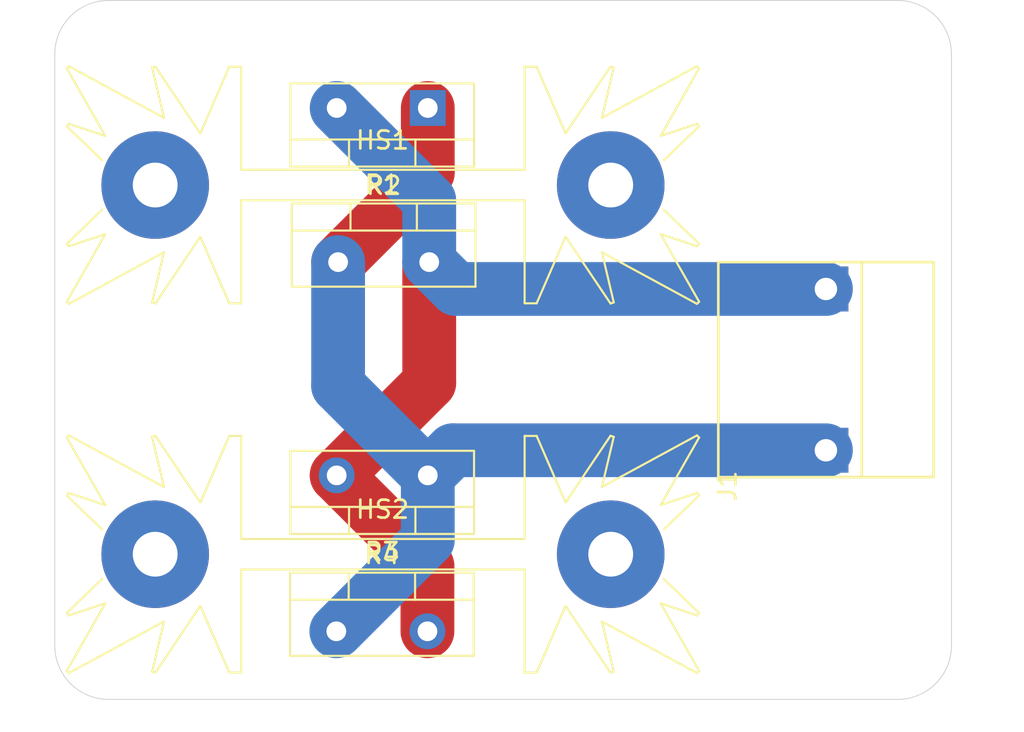
<source format=kicad_pcb>
(kicad_pcb (version 20171130) (host pcbnew "(5.1.5)-3")

  (general
    (thickness 1.6)
    (drawings 8)
    (tracks 16)
    (zones 0)
    (modules 10)
    (nets 3)
  )

  (page A4)
  (layers
    (0 F.Cu signal)
    (31 B.Cu signal)
    (32 B.Adhes user)
    (33 F.Adhes user)
    (34 B.Paste user)
    (35 F.Paste user)
    (36 B.SilkS user)
    (37 F.SilkS user)
    (38 B.Mask user)
    (39 F.Mask user)
    (40 Dwgs.User user)
    (41 Cmts.User user)
    (42 Eco1.User user)
    (43 Eco2.User user)
    (44 Edge.Cuts user)
    (45 Margin user)
    (46 B.CrtYd user)
    (47 F.CrtYd user)
    (48 B.Fab user)
    (49 F.Fab user)
  )

  (setup
    (last_trace_width 3)
    (user_trace_width 3)
    (trace_clearance 0.2)
    (zone_clearance 0.508)
    (zone_45_only no)
    (trace_min 0.2)
    (via_size 0.8)
    (via_drill 0.4)
    (via_min_size 0.4)
    (via_min_drill 0.3)
    (uvia_size 0.3)
    (uvia_drill 0.1)
    (uvias_allowed no)
    (uvia_min_size 0.2)
    (uvia_min_drill 0.1)
    (edge_width 0.05)
    (segment_width 0.2)
    (pcb_text_width 0.3)
    (pcb_text_size 1.5 1.5)
    (mod_edge_width 0.12)
    (mod_text_size 1 1)
    (mod_text_width 0.15)
    (pad_size 1.524 1.524)
    (pad_drill 0.762)
    (pad_to_mask_clearance 0.051)
    (solder_mask_min_width 0.25)
    (aux_axis_origin 0 0)
    (visible_elements FFFFFF7F)
    (pcbplotparams
      (layerselection 0x010fc_ffffffff)
      (usegerberextensions true)
      (usegerberattributes false)
      (usegerberadvancedattributes false)
      (creategerberjobfile false)
      (excludeedgelayer true)
      (linewidth 0.100000)
      (plotframeref false)
      (viasonmask false)
      (mode 1)
      (useauxorigin false)
      (hpglpennumber 1)
      (hpglpenspeed 20)
      (hpglpendiameter 15.000000)
      (psnegative false)
      (psa4output false)
      (plotreference true)
      (plotvalue true)
      (plotinvisibletext false)
      (padsonsilk false)
      (subtractmaskfromsilk false)
      (outputformat 1)
      (mirror false)
      (drillshape 0)
      (scaleselection 1)
      (outputdirectory "../../../gerbers/"))
  )

  (net 0 "")
  (net 1 "Net-(J1-Pad1)")
  (net 2 "Net-(J1-Pad2)")

  (net_class Default "This is the default net class."
    (clearance 0.2)
    (trace_width 0.25)
    (via_dia 0.8)
    (via_drill 0.4)
    (uvia_dia 0.3)
    (uvia_drill 0.1)
    (add_net "Net-(J1-Pad1)")
    (add_net "Net-(J1-Pad2)")
  )

  (module MountingHole:MountingHole_2.5mm (layer F.Cu) (tedit 56D1B4CB) (tstamp 5E88FD96)
    (at 133 111.5)
    (descr "Mounting Hole 2.5mm, no annular")
    (tags "mounting hole 2.5mm no annular")
    (attr virtual)
    (fp_text reference REF** (at 0 -3.5) (layer F.SilkS) hide
      (effects (font (size 1 1) (thickness 0.15)))
    )
    (fp_text value MountingHole_2.5mm (at 0 3.5) (layer F.Fab)
      (effects (font (size 1 1) (thickness 0.15)))
    )
    (fp_circle (center 0 0) (end 2.75 0) (layer F.CrtYd) (width 0.05))
    (fp_circle (center 0 0) (end 2.5 0) (layer Cmts.User) (width 0.15))
    (fp_text user %R (at 0.3 0) (layer F.Fab)
      (effects (font (size 1 1) (thickness 0.15)))
    )
    (pad 1 np_thru_hole circle (at 0 0) (size 2.5 2.5) (drill 2.5) (layers *.Cu *.Mask))
  )

  (module MountingHole:MountingHole_2.5mm (layer F.Cu) (tedit 56D1B4CB) (tstamp 5E88FD88)
    (at 174 126)
    (descr "Mounting Hole 2.5mm, no annular")
    (tags "mounting hole 2.5mm no annular")
    (attr virtual)
    (fp_text reference REF** (at 0 -3.5) (layer F.SilkS) hide
      (effects (font (size 1 1) (thickness 0.15)))
    )
    (fp_text value MountingHole_2.5mm (at 0 3.5) (layer F.Fab)
      (effects (font (size 1 1) (thickness 0.15)))
    )
    (fp_text user %R (at 0.3 0) (layer F.Fab)
      (effects (font (size 1 1) (thickness 0.15)))
    )
    (fp_circle (center 0 0) (end 2.5 0) (layer Cmts.User) (width 0.15))
    (fp_circle (center 0 0) (end 2.75 0) (layer F.CrtYd) (width 0.05))
    (pad 1 np_thru_hole circle (at 0 0) (size 2.5 2.5) (drill 2.5) (layers *.Cu *.Mask))
  )

  (module MountingHole:MountingHole_2.5mm (layer F.Cu) (tedit 56D1B4CB) (tstamp 5E88FD70)
    (at 174 95)
    (descr "Mounting Hole 2.5mm, no annular")
    (tags "mounting hole 2.5mm no annular")
    (attr virtual)
    (fp_text reference REF** (at 0 -3.5) (layer F.SilkS) hide
      (effects (font (size 1 1) (thickness 0.15)))
    )
    (fp_text value MountingHole_2.5mm (at 0 3.5) (layer F.Fab)
      (effects (font (size 1 1) (thickness 0.15)))
    )
    (fp_circle (center 0 0) (end 2.75 0) (layer F.CrtYd) (width 0.05))
    (fp_circle (center 0 0) (end 2.5 0) (layer Cmts.User) (width 0.15))
    (fp_text user %R (at 0.3 0) (layer F.Fab)
      (effects (font (size 1 1) (thickness 0.15)))
    )
    (pad 1 np_thru_hole circle (at 0 0) (size 2.5 2.5) (drill 2.5) (layers *.Cu *.Mask))
  )

  (module athir:230VAC_PLUG (layer F.Cu) (tedit 5E80E1BC) (tstamp 5E88A45D)
    (at 171 111.6 270)
    (descr "Wire solder connection")
    (tags connector)
    (path /5E88F4E2)
    (attr virtual)
    (fp_text reference J1 (at 6.5 5.5 90) (layer F.SilkS)
      (effects (font (size 1 1) (thickness 0.15)))
    )
    (fp_text value Conn_01x02_Male (at 0 5 90) (layer F.Fab)
      (effects (font (size 1 1) (thickness 0.15)))
    )
    (fp_line (start 6 -2) (end -6 -2) (layer F.SilkS) (width 0.15))
    (fp_line (start 6 6) (end 6 -6) (layer F.SilkS) (width 0.15))
    (fp_line (start -6 6) (end 6 6) (layer F.SilkS) (width 0.15))
    (fp_line (start -6 -6) (end -6 6) (layer F.SilkS) (width 0.15))
    (fp_line (start 6 -6) (end -6 -6) (layer F.SilkS) (width 0.15))
    (fp_text user %R (at 3.175 0 90) (layer F.Fab)
      (effects (font (size 1 1) (thickness 0.15)))
    )
    (pad 2 thru_hole rect (at 4.5 0 270) (size 2.50088 2.50088) (drill 1.25) (layers *.Cu *.Mask)
      (net 2 "Net-(J1-Pad2)"))
    (pad 1 thru_hole rect (at -4.5 0 270) (size 2.50088 2.50088) (drill 1.25) (layers *.Cu *.Mask)
      (net 1 "Net-(J1-Pad1)"))
  )

  (module athir:Heatsink_Fischer_SK104-STC-STIC_35x13mm_2xDrill2.5mm (layer F.Cu) (tedit 5E84AE4C) (tstamp 5E88968D)
    (at 146.3 121.9)
    (descr "Heatsink, 35mm x 13mm, 2x Fixation 2,5mm Drill, Soldering, Fischer SK104-STC-STIC,")
    (tags "Heatsink fischer TO-220")
    (path /5E88A94D)
    (fp_text reference HS2 (at -0.025 -2.5) (layer F.SilkS)
      (effects (font (size 1 1) (thickness 0.15)))
    )
    (fp_text value Heatsink (at 0.65 9.075) (layer F.Fab)
      (effects (font (size 1 1) (thickness 0.15)))
    )
    (fp_arc (start -12.7 0) (end -15 0.9) (angle -316.8) (layer F.Fab) (width 0.1))
    (fp_arc (start 12.7 0) (end 15 -0.9) (angle -316.8) (layer F.Fab) (width 0.1))
    (fp_line (start -10.19 2.89) (end -12.69 6.61) (layer F.SilkS) (width 0.12))
    (fp_line (start -12.69 6.61) (end -12.87 6.55) (layer F.SilkS) (width 0.12))
    (fp_line (start -12.87 6.55) (end -12.21 3.75) (layer F.SilkS) (width 0.12))
    (fp_line (start -12.21 3.75) (end -17.51 6.63) (layer F.SilkS) (width 0.12))
    (fp_line (start -17.63 6.51) (end -15.48 2.74) (layer F.SilkS) (width 0.12))
    (fp_line (start -17.53 3.42) (end -17.62 3.27) (layer F.SilkS) (width 0.12))
    (fp_line (start -15.48 2.74) (end -17.53 3.42) (layer F.SilkS) (width 0.12))
    (fp_line (start -17.62 3.27) (end -15.66 1.38) (layer F.SilkS) (width 0.12))
    (fp_line (start -17.51 6.63) (end -17.63 6.51) (layer F.SilkS) (width 0.12))
    (fp_line (start -8.57 -6.6) (end -10.18 -2.89) (layer F.SilkS) (width 0.12))
    (fp_line (start -7.9 -0.85) (end -7.9 -6.6) (layer F.SilkS) (width 0.12))
    (fp_line (start -7.9 -6.6) (end -8.57 -6.6) (layer F.SilkS) (width 0.12))
    (fp_line (start -12.21 -3.75) (end -17.51 -6.63) (layer F.SilkS) (width 0.12))
    (fp_line (start -12.69 -6.61) (end -12.87 -6.55) (layer F.SilkS) (width 0.12))
    (fp_line (start -12.87 -6.55) (end -12.21 -3.75) (layer F.SilkS) (width 0.12))
    (fp_line (start -10.19 -2.89) (end -12.69 -6.61) (layer F.SilkS) (width 0.12))
    (fp_line (start -17.62 -3.27) (end -15.66 -1.38) (layer F.SilkS) (width 0.12))
    (fp_line (start -17.63 -6.51) (end -15.48 -2.74) (layer F.SilkS) (width 0.12))
    (fp_line (start -17.53 -3.42) (end -17.62 -3.27) (layer F.SilkS) (width 0.12))
    (fp_line (start -17.51 -6.63) (end -17.63 -6.51) (layer F.SilkS) (width 0.12))
    (fp_line (start -15.48 -2.74) (end -17.53 -3.42) (layer F.SilkS) (width 0.12))
    (fp_line (start 0 -0.85) (end -7.9 -0.85) (layer F.SilkS) (width 0.12))
    (fp_line (start -7.9 0.85) (end -7.9 6.6) (layer F.SilkS) (width 0.12))
    (fp_line (start -7.9 6.6) (end -8.57 6.6) (layer F.SilkS) (width 0.12))
    (fp_line (start -8.57 6.6) (end -10.18 2.89) (layer F.SilkS) (width 0.12))
    (fp_line (start 0 0.85) (end -7.9 0.85) (layer F.SilkS) (width 0.12))
    (fp_line (start -10.16 -2.667) (end -12.75 -6.5) (layer F.Fab) (width 0.1))
    (fp_line (start -12.065 -3.556) (end -12.75 -6.5) (layer F.Fab) (width 0.1))
    (fp_line (start -8.5 -6.5) (end -10.16 -2.667) (layer F.Fab) (width 0.1))
    (fp_line (start -8 -6.5) (end -8.5 -6.5) (layer F.Fab) (width 0.1))
    (fp_line (start -8.001 -0.762) (end -8 -6.5) (layer F.Fab) (width 0.1))
    (fp_line (start -1.778 0.762) (end -1.778 -0.762) (layer F.Fab) (width 0.1))
    (fp_line (start 0 -0.762) (end -8.001 -0.762) (layer F.Fab) (width 0.1))
    (fp_line (start 0 0.762) (end -8.001 0.762) (layer F.Fab) (width 0.1))
    (fp_line (start -17.5 6.5) (end -12.065 3.556) (layer F.Fab) (width 0.1))
    (fp_line (start -17.5 6.5) (end -15.24 2.54) (layer F.Fab) (width 0.1))
    (fp_line (start -8.5 6.5) (end -10.16 2.667) (layer F.Fab) (width 0.1))
    (fp_line (start -8.001 0.762) (end -8 6.5) (layer F.Fab) (width 0.1))
    (fp_line (start -8 6.5) (end -8.5 6.5) (layer F.Fab) (width 0.1))
    (fp_line (start -12.065 3.556) (end -12.75 6.5) (layer F.Fab) (width 0.1))
    (fp_line (start -10.16 2.667) (end -12.75 6.5) (layer F.Fab) (width 0.1))
    (fp_line (start -17.5 -6.5) (end -12.065 -3.556) (layer F.Fab) (width 0.1))
    (fp_line (start -15.24 -2.54) (end -17.5 -3.3) (layer F.Fab) (width 0.1))
    (fp_line (start -17.5 -6.5) (end -15.24 -2.54) (layer F.Fab) (width 0.1))
    (fp_line (start -15.24 2.54) (end -17.5 3.3) (layer F.Fab) (width 0.1))
    (fp_line (start -17.5 -3.3) (end -15 -0.9) (layer F.Fab) (width 0.1))
    (fp_line (start -17.5 3.3) (end -15 0.9) (layer F.Fab) (width 0.1))
    (fp_line (start 12.87 -6.55) (end 12.21 -3.75) (layer F.SilkS) (width 0.12))
    (fp_line (start 12.69 -6.61) (end 12.87 -6.55) (layer F.SilkS) (width 0.12))
    (fp_line (start 10.19 -2.89) (end 12.69 -6.61) (layer F.SilkS) (width 0.12))
    (fp_line (start 12.21 -3.75) (end 17.51 -6.63) (layer F.SilkS) (width 0.12))
    (fp_line (start 17.62 -3.27) (end 15.66 -1.38) (layer F.SilkS) (width 0.12))
    (fp_line (start 15.48 -2.74) (end 17.53 -3.42) (layer F.SilkS) (width 0.12))
    (fp_line (start 17.63 -6.51) (end 15.48 -2.74) (layer F.SilkS) (width 0.12))
    (fp_line (start 17.51 -6.63) (end 17.63 -6.51) (layer F.SilkS) (width 0.12))
    (fp_line (start 17.53 -3.42) (end 17.62 -3.27) (layer F.SilkS) (width 0.12))
    (fp_line (start 8.57 -6.6) (end 10.18 -2.89) (layer F.SilkS) (width 0.12))
    (fp_line (start 0 -0.85) (end 7.9 -0.85) (layer F.SilkS) (width 0.12))
    (fp_line (start 7.9 -0.85) (end 7.9 -6.6) (layer F.SilkS) (width 0.12))
    (fp_line (start 7.9 -6.6) (end 8.57 -6.6) (layer F.SilkS) (width 0.12))
    (fp_line (start 0 -0.762) (end 8.001 -0.762) (layer F.Fab) (width 0.1))
    (fp_line (start 8.001 -0.762) (end 8 -6.5) (layer F.Fab) (width 0.1))
    (fp_line (start 8 -6.5) (end 8.5 -6.5) (layer F.Fab) (width 0.1))
    (fp_line (start 8.5 -6.5) (end 10.16 -2.667) (layer F.Fab) (width 0.1))
    (fp_line (start 10.16 -2.667) (end 12.75 -6.5) (layer F.Fab) (width 0.1))
    (fp_line (start 12.065 -3.556) (end 12.75 -6.5) (layer F.Fab) (width 0.1))
    (fp_line (start 17.5 -6.5) (end 12.065 -3.556) (layer F.Fab) (width 0.1))
    (fp_line (start 17.5 -6.5) (end 15.24 -2.54) (layer F.Fab) (width 0.1))
    (fp_line (start 15.24 -2.54) (end 17.5 -3.3) (layer F.Fab) (width 0.1))
    (fp_line (start 17.5 -3.3) (end 15 -0.9) (layer F.Fab) (width 0.1))
    (fp_line (start 17.75 6.75) (end -17.75 6.75) (layer F.CrtYd) (width 0.05))
    (fp_line (start 17.75 6.75) (end 17.75 -6.75) (layer F.CrtYd) (width 0.05))
    (fp_line (start -17.75 -6.75) (end -17.75 6.75) (layer F.CrtYd) (width 0.05))
    (fp_line (start -17.75 -6.75) (end 17.75 -6.75) (layer F.CrtYd) (width 0.05))
    (fp_line (start 8.001 0.762) (end 8 6.5) (layer F.Fab) (width 0.1))
    (fp_line (start 0 0.762) (end 8.001 0.762) (layer F.Fab) (width 0.1))
    (fp_line (start 8.5 6.5) (end 10.16 2.667) (layer F.Fab) (width 0.1))
    (fp_line (start 10.16 2.667) (end 12.75 6.5) (layer F.Fab) (width 0.1))
    (fp_line (start 17.5 6.5) (end 15.24 2.54) (layer F.Fab) (width 0.1))
    (fp_line (start 15.24 2.54) (end 17.5 3.3) (layer F.Fab) (width 0.1))
    (fp_line (start 8 6.5) (end 8.5 6.5) (layer F.Fab) (width 0.1))
    (fp_line (start 12.065 3.556) (end 12.75 6.5) (layer F.Fab) (width 0.1))
    (fp_line (start 17.5 6.5) (end 12.065 3.556) (layer F.Fab) (width 0.1))
    (fp_line (start 1.778 -0.762) (end 1.778 0.762) (layer F.Fab) (width 0.1))
    (fp_line (start 0 0.85) (end 7.9 0.85) (layer F.SilkS) (width 0.12))
    (fp_line (start 7.9 0.85) (end 7.9 6.6) (layer F.SilkS) (width 0.12))
    (fp_line (start 7.9 6.6) (end 8.57 6.6) (layer F.SilkS) (width 0.12))
    (fp_line (start 8.57 6.6) (end 10.18 2.89) (layer F.SilkS) (width 0.12))
    (fp_line (start 17.5 3.3) (end 15 0.9) (layer F.Fab) (width 0.1))
    (fp_line (start 10.19 2.89) (end 12.69 6.61) (layer F.SilkS) (width 0.12))
    (fp_line (start 12.69 6.61) (end 12.87 6.55) (layer F.SilkS) (width 0.12))
    (fp_line (start 12.87 6.55) (end 12.21 3.75) (layer F.SilkS) (width 0.12))
    (fp_line (start 12.21 3.75) (end 17.51 6.63) (layer F.SilkS) (width 0.12))
    (fp_line (start 17.51 6.63) (end 17.63 6.51) (layer F.SilkS) (width 0.12))
    (fp_line (start 17.63 6.51) (end 15.48 2.74) (layer F.SilkS) (width 0.12))
    (fp_line (start 15.48 2.74) (end 17.53 3.42) (layer F.SilkS) (width 0.12))
    (fp_line (start 17.53 3.42) (end 17.62 3.27) (layer F.SilkS) (width 0.12))
    (fp_line (start 17.62 3.27) (end 15.66 1.38) (layer F.SilkS) (width 0.12))
    (fp_text user %R (at 0 0) (layer F.Fab)
      (effects (font (size 1 1) (thickness 0.15)))
    )
    (pad 1 thru_hole circle (at -12.7 0 180) (size 6 6) (drill 2.5) (layers *.Cu *.Mask))
    (pad 1 thru_hole circle (at 12.7 0) (size 6 6) (drill 2.5) (layers *.Cu *.Mask))
    (model ${KISYS3DMOD}/Heatsink.3dshapes/Heatsink_Fischer_SK104-STC-STIC_35x13mm_2xDrill2.5mm.wrl
      (at (xyz 0 0 0))
      (scale (xyz 1 1 1))
      (rotate (xyz 0 0 0))
    )
    (model ${ATHIR}/sk_104_25.4_stc.stp
      (offset (xyz -17.5 -6 0))
      (scale (xyz 1 1 1))
      (rotate (xyz 0 0 0))
    )
  )

  (module athir:Heatsink_Fischer_SK104-STC-STIC_35x13mm_2xDrill2.5mm (layer F.Cu) (tedit 5E84AE4C) (tstamp 5E889622)
    (at 146.3 101.3)
    (descr "Heatsink, 35mm x 13mm, 2x Fixation 2,5mm Drill, Soldering, Fischer SK104-STC-STIC,")
    (tags "Heatsink fischer TO-220")
    (path /5E889697)
    (fp_text reference HS1 (at -0.025 -2.5) (layer F.SilkS)
      (effects (font (size 1 1) (thickness 0.15)))
    )
    (fp_text value Heatsink (at 0.65 9.075) (layer F.Fab)
      (effects (font (size 1 1) (thickness 0.15)))
    )
    (fp_arc (start -12.7 0) (end -15 0.9) (angle -316.8) (layer F.Fab) (width 0.1))
    (fp_arc (start 12.7 0) (end 15 -0.9) (angle -316.8) (layer F.Fab) (width 0.1))
    (fp_line (start -10.19 2.89) (end -12.69 6.61) (layer F.SilkS) (width 0.12))
    (fp_line (start -12.69 6.61) (end -12.87 6.55) (layer F.SilkS) (width 0.12))
    (fp_line (start -12.87 6.55) (end -12.21 3.75) (layer F.SilkS) (width 0.12))
    (fp_line (start -12.21 3.75) (end -17.51 6.63) (layer F.SilkS) (width 0.12))
    (fp_line (start -17.63 6.51) (end -15.48 2.74) (layer F.SilkS) (width 0.12))
    (fp_line (start -17.53 3.42) (end -17.62 3.27) (layer F.SilkS) (width 0.12))
    (fp_line (start -15.48 2.74) (end -17.53 3.42) (layer F.SilkS) (width 0.12))
    (fp_line (start -17.62 3.27) (end -15.66 1.38) (layer F.SilkS) (width 0.12))
    (fp_line (start -17.51 6.63) (end -17.63 6.51) (layer F.SilkS) (width 0.12))
    (fp_line (start -8.57 -6.6) (end -10.18 -2.89) (layer F.SilkS) (width 0.12))
    (fp_line (start -7.9 -0.85) (end -7.9 -6.6) (layer F.SilkS) (width 0.12))
    (fp_line (start -7.9 -6.6) (end -8.57 -6.6) (layer F.SilkS) (width 0.12))
    (fp_line (start -12.21 -3.75) (end -17.51 -6.63) (layer F.SilkS) (width 0.12))
    (fp_line (start -12.69 -6.61) (end -12.87 -6.55) (layer F.SilkS) (width 0.12))
    (fp_line (start -12.87 -6.55) (end -12.21 -3.75) (layer F.SilkS) (width 0.12))
    (fp_line (start -10.19 -2.89) (end -12.69 -6.61) (layer F.SilkS) (width 0.12))
    (fp_line (start -17.62 -3.27) (end -15.66 -1.38) (layer F.SilkS) (width 0.12))
    (fp_line (start -17.63 -6.51) (end -15.48 -2.74) (layer F.SilkS) (width 0.12))
    (fp_line (start -17.53 -3.42) (end -17.62 -3.27) (layer F.SilkS) (width 0.12))
    (fp_line (start -17.51 -6.63) (end -17.63 -6.51) (layer F.SilkS) (width 0.12))
    (fp_line (start -15.48 -2.74) (end -17.53 -3.42) (layer F.SilkS) (width 0.12))
    (fp_line (start 0 -0.85) (end -7.9 -0.85) (layer F.SilkS) (width 0.12))
    (fp_line (start -7.9 0.85) (end -7.9 6.6) (layer F.SilkS) (width 0.12))
    (fp_line (start -7.9 6.6) (end -8.57 6.6) (layer F.SilkS) (width 0.12))
    (fp_line (start -8.57 6.6) (end -10.18 2.89) (layer F.SilkS) (width 0.12))
    (fp_line (start 0 0.85) (end -7.9 0.85) (layer F.SilkS) (width 0.12))
    (fp_line (start -10.16 -2.667) (end -12.75 -6.5) (layer F.Fab) (width 0.1))
    (fp_line (start -12.065 -3.556) (end -12.75 -6.5) (layer F.Fab) (width 0.1))
    (fp_line (start -8.5 -6.5) (end -10.16 -2.667) (layer F.Fab) (width 0.1))
    (fp_line (start -8 -6.5) (end -8.5 -6.5) (layer F.Fab) (width 0.1))
    (fp_line (start -8.001 -0.762) (end -8 -6.5) (layer F.Fab) (width 0.1))
    (fp_line (start -1.778 0.762) (end -1.778 -0.762) (layer F.Fab) (width 0.1))
    (fp_line (start 0 -0.762) (end -8.001 -0.762) (layer F.Fab) (width 0.1))
    (fp_line (start 0 0.762) (end -8.001 0.762) (layer F.Fab) (width 0.1))
    (fp_line (start -17.5 6.5) (end -12.065 3.556) (layer F.Fab) (width 0.1))
    (fp_line (start -17.5 6.5) (end -15.24 2.54) (layer F.Fab) (width 0.1))
    (fp_line (start -8.5 6.5) (end -10.16 2.667) (layer F.Fab) (width 0.1))
    (fp_line (start -8.001 0.762) (end -8 6.5) (layer F.Fab) (width 0.1))
    (fp_line (start -8 6.5) (end -8.5 6.5) (layer F.Fab) (width 0.1))
    (fp_line (start -12.065 3.556) (end -12.75 6.5) (layer F.Fab) (width 0.1))
    (fp_line (start -10.16 2.667) (end -12.75 6.5) (layer F.Fab) (width 0.1))
    (fp_line (start -17.5 -6.5) (end -12.065 -3.556) (layer F.Fab) (width 0.1))
    (fp_line (start -15.24 -2.54) (end -17.5 -3.3) (layer F.Fab) (width 0.1))
    (fp_line (start -17.5 -6.5) (end -15.24 -2.54) (layer F.Fab) (width 0.1))
    (fp_line (start -15.24 2.54) (end -17.5 3.3) (layer F.Fab) (width 0.1))
    (fp_line (start -17.5 -3.3) (end -15 -0.9) (layer F.Fab) (width 0.1))
    (fp_line (start -17.5 3.3) (end -15 0.9) (layer F.Fab) (width 0.1))
    (fp_line (start 12.87 -6.55) (end 12.21 -3.75) (layer F.SilkS) (width 0.12))
    (fp_line (start 12.69 -6.61) (end 12.87 -6.55) (layer F.SilkS) (width 0.12))
    (fp_line (start 10.19 -2.89) (end 12.69 -6.61) (layer F.SilkS) (width 0.12))
    (fp_line (start 12.21 -3.75) (end 17.51 -6.63) (layer F.SilkS) (width 0.12))
    (fp_line (start 17.62 -3.27) (end 15.66 -1.38) (layer F.SilkS) (width 0.12))
    (fp_line (start 15.48 -2.74) (end 17.53 -3.42) (layer F.SilkS) (width 0.12))
    (fp_line (start 17.63 -6.51) (end 15.48 -2.74) (layer F.SilkS) (width 0.12))
    (fp_line (start 17.51 -6.63) (end 17.63 -6.51) (layer F.SilkS) (width 0.12))
    (fp_line (start 17.53 -3.42) (end 17.62 -3.27) (layer F.SilkS) (width 0.12))
    (fp_line (start 8.57 -6.6) (end 10.18 -2.89) (layer F.SilkS) (width 0.12))
    (fp_line (start 0 -0.85) (end 7.9 -0.85) (layer F.SilkS) (width 0.12))
    (fp_line (start 7.9 -0.85) (end 7.9 -6.6) (layer F.SilkS) (width 0.12))
    (fp_line (start 7.9 -6.6) (end 8.57 -6.6) (layer F.SilkS) (width 0.12))
    (fp_line (start 0 -0.762) (end 8.001 -0.762) (layer F.Fab) (width 0.1))
    (fp_line (start 8.001 -0.762) (end 8 -6.5) (layer F.Fab) (width 0.1))
    (fp_line (start 8 -6.5) (end 8.5 -6.5) (layer F.Fab) (width 0.1))
    (fp_line (start 8.5 -6.5) (end 10.16 -2.667) (layer F.Fab) (width 0.1))
    (fp_line (start 10.16 -2.667) (end 12.75 -6.5) (layer F.Fab) (width 0.1))
    (fp_line (start 12.065 -3.556) (end 12.75 -6.5) (layer F.Fab) (width 0.1))
    (fp_line (start 17.5 -6.5) (end 12.065 -3.556) (layer F.Fab) (width 0.1))
    (fp_line (start 17.5 -6.5) (end 15.24 -2.54) (layer F.Fab) (width 0.1))
    (fp_line (start 15.24 -2.54) (end 17.5 -3.3) (layer F.Fab) (width 0.1))
    (fp_line (start 17.5 -3.3) (end 15 -0.9) (layer F.Fab) (width 0.1))
    (fp_line (start 17.75 6.75) (end -17.75 6.75) (layer F.CrtYd) (width 0.05))
    (fp_line (start 17.75 6.75) (end 17.75 -6.75) (layer F.CrtYd) (width 0.05))
    (fp_line (start -17.75 -6.75) (end -17.75 6.75) (layer F.CrtYd) (width 0.05))
    (fp_line (start -17.75 -6.75) (end 17.75 -6.75) (layer F.CrtYd) (width 0.05))
    (fp_line (start 8.001 0.762) (end 8 6.5) (layer F.Fab) (width 0.1))
    (fp_line (start 0 0.762) (end 8.001 0.762) (layer F.Fab) (width 0.1))
    (fp_line (start 8.5 6.5) (end 10.16 2.667) (layer F.Fab) (width 0.1))
    (fp_line (start 10.16 2.667) (end 12.75 6.5) (layer F.Fab) (width 0.1))
    (fp_line (start 17.5 6.5) (end 15.24 2.54) (layer F.Fab) (width 0.1))
    (fp_line (start 15.24 2.54) (end 17.5 3.3) (layer F.Fab) (width 0.1))
    (fp_line (start 8 6.5) (end 8.5 6.5) (layer F.Fab) (width 0.1))
    (fp_line (start 12.065 3.556) (end 12.75 6.5) (layer F.Fab) (width 0.1))
    (fp_line (start 17.5 6.5) (end 12.065 3.556) (layer F.Fab) (width 0.1))
    (fp_line (start 1.778 -0.762) (end 1.778 0.762) (layer F.Fab) (width 0.1))
    (fp_line (start 0 0.85) (end 7.9 0.85) (layer F.SilkS) (width 0.12))
    (fp_line (start 7.9 0.85) (end 7.9 6.6) (layer F.SilkS) (width 0.12))
    (fp_line (start 7.9 6.6) (end 8.57 6.6) (layer F.SilkS) (width 0.12))
    (fp_line (start 8.57 6.6) (end 10.18 2.89) (layer F.SilkS) (width 0.12))
    (fp_line (start 17.5 3.3) (end 15 0.9) (layer F.Fab) (width 0.1))
    (fp_line (start 10.19 2.89) (end 12.69 6.61) (layer F.SilkS) (width 0.12))
    (fp_line (start 12.69 6.61) (end 12.87 6.55) (layer F.SilkS) (width 0.12))
    (fp_line (start 12.87 6.55) (end 12.21 3.75) (layer F.SilkS) (width 0.12))
    (fp_line (start 12.21 3.75) (end 17.51 6.63) (layer F.SilkS) (width 0.12))
    (fp_line (start 17.51 6.63) (end 17.63 6.51) (layer F.SilkS) (width 0.12))
    (fp_line (start 17.63 6.51) (end 15.48 2.74) (layer F.SilkS) (width 0.12))
    (fp_line (start 15.48 2.74) (end 17.53 3.42) (layer F.SilkS) (width 0.12))
    (fp_line (start 17.53 3.42) (end 17.62 3.27) (layer F.SilkS) (width 0.12))
    (fp_line (start 17.62 3.27) (end 15.66 1.38) (layer F.SilkS) (width 0.12))
    (fp_text user %R (at 0 0) (layer F.Fab)
      (effects (font (size 1 1) (thickness 0.15)))
    )
    (pad 1 thru_hole circle (at -12.7 0 180) (size 6 6) (drill 2.5) (layers *.Cu *.Mask))
    (pad 1 thru_hole circle (at 12.7 0) (size 6 6) (drill 2.5) (layers *.Cu *.Mask))
    (model ${KISYS3DMOD}/Heatsink.3dshapes/Heatsink_Fischer_SK104-STC-STIC_35x13mm_2xDrill2.5mm.wrl
      (at (xyz 0 0 0))
      (scale (xyz 1 1 1))
      (rotate (xyz 0 0 0))
    )
    (model ${ATHIR}/sk_104_25.4_stc.stp
      (offset (xyz -17.5 -6 0))
      (scale (xyz 1 1 1))
      (rotate (xyz 0 0 0))
    )
  )

  (module Package_TO_SOT_THT:TO-220-2_Vertical (layer F.Cu) (tedit 5AC8BA0D) (tstamp 5E8896F1)
    (at 143.7 126.2)
    (descr "TO-220-2, Vertical, RM 5.08mm, see https://www.centralsemi.com/PDFS/CASE/TO-220-2PD.PDF")
    (tags "TO-220-2 Vertical RM 5.08mm")
    (path /5E888D52)
    (fp_text reference R4 (at 2.54 -4.27) (layer F.SilkS)
      (effects (font (size 1 1) (thickness 0.15)))
    )
    (fp_text value R (at 2.54 2.5) (layer F.Fab)
      (effects (font (size 1 1) (thickness 0.15)))
    )
    (fp_text user %R (at 2.54 -4.27) (layer F.Fab)
      (effects (font (size 1 1) (thickness 0.15)))
    )
    (fp_line (start 7.79 -3.4) (end -2.71 -3.4) (layer F.CrtYd) (width 0.05))
    (fp_line (start 7.79 1.51) (end 7.79 -3.4) (layer F.CrtYd) (width 0.05))
    (fp_line (start -2.71 1.51) (end 7.79 1.51) (layer F.CrtYd) (width 0.05))
    (fp_line (start -2.71 -3.4) (end -2.71 1.51) (layer F.CrtYd) (width 0.05))
    (fp_line (start 4.391 -3.27) (end 4.391 -1.76) (layer F.SilkS) (width 0.12))
    (fp_line (start 0.69 -3.27) (end 0.69 -1.76) (layer F.SilkS) (width 0.12))
    (fp_line (start -2.58 -1.76) (end 7.66 -1.76) (layer F.SilkS) (width 0.12))
    (fp_line (start 7.66 -3.27) (end 7.66 1.371) (layer F.SilkS) (width 0.12))
    (fp_line (start -2.58 -3.27) (end -2.58 1.371) (layer F.SilkS) (width 0.12))
    (fp_line (start -2.58 1.371) (end 7.66 1.371) (layer F.SilkS) (width 0.12))
    (fp_line (start -2.58 -3.27) (end 7.66 -3.27) (layer F.SilkS) (width 0.12))
    (fp_line (start 4.39 -3.15) (end 4.39 -1.88) (layer F.Fab) (width 0.1))
    (fp_line (start 0.69 -3.15) (end 0.69 -1.88) (layer F.Fab) (width 0.1))
    (fp_line (start -2.46 -1.88) (end 7.54 -1.88) (layer F.Fab) (width 0.1))
    (fp_line (start 7.54 -3.15) (end -2.46 -3.15) (layer F.Fab) (width 0.1))
    (fp_line (start 7.54 1.25) (end 7.54 -3.15) (layer F.Fab) (width 0.1))
    (fp_line (start -2.46 1.25) (end 7.54 1.25) (layer F.Fab) (width 0.1))
    (fp_line (start -2.46 -3.15) (end -2.46 1.25) (layer F.Fab) (width 0.1))
    (pad 2 thru_hole oval (at 5.08 0) (size 2 2) (drill 1.1) (layers *.Cu *.Mask)
      (net 1 "Net-(J1-Pad1)"))
    (pad 1 thru_hole rect (at 0 0) (size 2 2) (drill 1.1) (layers *.Cu *.Mask)
      (net 2 "Net-(J1-Pad2)"))
    (model ${KISYS3DMOD}/Package_TO_SOT_THT.3dshapes/TO-220-2_Vertical.wrl
      (at (xyz 0 0 0))
      (scale (xyz 1 1 1))
      (rotate (xyz 0 0 0))
    )
  )

  (module Package_TO_SOT_THT:TO-220-2_Vertical (layer F.Cu) (tedit 5AC8BA0D) (tstamp 5E8896D8)
    (at 148.8 117.5 180)
    (descr "TO-220-2, Vertical, RM 5.08mm, see https://www.centralsemi.com/PDFS/CASE/TO-220-2PD.PDF")
    (tags "TO-220-2 Vertical RM 5.08mm")
    (path /5E88AFE3)
    (fp_text reference R3 (at 2.54 -4.27) (layer F.SilkS)
      (effects (font (size 1 1) (thickness 0.15)))
    )
    (fp_text value R (at 2.54 2.5) (layer F.Fab)
      (effects (font (size 1 1) (thickness 0.15)))
    )
    (fp_text user %R (at 2.54 -4.27) (layer F.Fab)
      (effects (font (size 1 1) (thickness 0.15)))
    )
    (fp_line (start 7.79 -3.4) (end -2.71 -3.4) (layer F.CrtYd) (width 0.05))
    (fp_line (start 7.79 1.51) (end 7.79 -3.4) (layer F.CrtYd) (width 0.05))
    (fp_line (start -2.71 1.51) (end 7.79 1.51) (layer F.CrtYd) (width 0.05))
    (fp_line (start -2.71 -3.4) (end -2.71 1.51) (layer F.CrtYd) (width 0.05))
    (fp_line (start 4.391 -3.27) (end 4.391 -1.76) (layer F.SilkS) (width 0.12))
    (fp_line (start 0.69 -3.27) (end 0.69 -1.76) (layer F.SilkS) (width 0.12))
    (fp_line (start -2.58 -1.76) (end 7.66 -1.76) (layer F.SilkS) (width 0.12))
    (fp_line (start 7.66 -3.27) (end 7.66 1.371) (layer F.SilkS) (width 0.12))
    (fp_line (start -2.58 -3.27) (end -2.58 1.371) (layer F.SilkS) (width 0.12))
    (fp_line (start -2.58 1.371) (end 7.66 1.371) (layer F.SilkS) (width 0.12))
    (fp_line (start -2.58 -3.27) (end 7.66 -3.27) (layer F.SilkS) (width 0.12))
    (fp_line (start 4.39 -3.15) (end 4.39 -1.88) (layer F.Fab) (width 0.1))
    (fp_line (start 0.69 -3.15) (end 0.69 -1.88) (layer F.Fab) (width 0.1))
    (fp_line (start -2.46 -1.88) (end 7.54 -1.88) (layer F.Fab) (width 0.1))
    (fp_line (start 7.54 -3.15) (end -2.46 -3.15) (layer F.Fab) (width 0.1))
    (fp_line (start 7.54 1.25) (end 7.54 -3.15) (layer F.Fab) (width 0.1))
    (fp_line (start -2.46 1.25) (end 7.54 1.25) (layer F.Fab) (width 0.1))
    (fp_line (start -2.46 -3.15) (end -2.46 1.25) (layer F.Fab) (width 0.1))
    (pad 2 thru_hole oval (at 5.08 0 180) (size 2 2) (drill 1.1) (layers *.Cu *.Mask)
      (net 1 "Net-(J1-Pad1)"))
    (pad 1 thru_hole rect (at 0 0 180) (size 2 2) (drill 1.1) (layers *.Cu *.Mask)
      (net 2 "Net-(J1-Pad2)"))
    (model ${KISYS3DMOD}/Package_TO_SOT_THT.3dshapes/TO-220-2_Vertical.wrl
      (at (xyz 0 0 0))
      (scale (xyz 1 1 1))
      (rotate (xyz 0 0 0))
    )
  )

  (module Package_TO_SOT_THT:TO-220-2_Vertical (layer F.Cu) (tedit 5AC8BA0D) (tstamp 5E8896BF)
    (at 143.8 105.6)
    (descr "TO-220-2, Vertical, RM 5.08mm, see https://www.centralsemi.com/PDFS/CASE/TO-220-2PD.PDF")
    (tags "TO-220-2 Vertical RM 5.08mm")
    (path /5E88C961)
    (fp_text reference R2 (at 2.54 -4.27) (layer F.SilkS)
      (effects (font (size 1 1) (thickness 0.15)))
    )
    (fp_text value R (at 2.54 2.5) (layer F.Fab)
      (effects (font (size 1 1) (thickness 0.15)))
    )
    (fp_text user %R (at 2.54 -4.27) (layer F.Fab)
      (effects (font (size 1 1) (thickness 0.15)))
    )
    (fp_line (start 7.79 -3.4) (end -2.71 -3.4) (layer F.CrtYd) (width 0.05))
    (fp_line (start 7.79 1.51) (end 7.79 -3.4) (layer F.CrtYd) (width 0.05))
    (fp_line (start -2.71 1.51) (end 7.79 1.51) (layer F.CrtYd) (width 0.05))
    (fp_line (start -2.71 -3.4) (end -2.71 1.51) (layer F.CrtYd) (width 0.05))
    (fp_line (start 4.391 -3.27) (end 4.391 -1.76) (layer F.SilkS) (width 0.12))
    (fp_line (start 0.69 -3.27) (end 0.69 -1.76) (layer F.SilkS) (width 0.12))
    (fp_line (start -2.58 -1.76) (end 7.66 -1.76) (layer F.SilkS) (width 0.12))
    (fp_line (start 7.66 -3.27) (end 7.66 1.371) (layer F.SilkS) (width 0.12))
    (fp_line (start -2.58 -3.27) (end -2.58 1.371) (layer F.SilkS) (width 0.12))
    (fp_line (start -2.58 1.371) (end 7.66 1.371) (layer F.SilkS) (width 0.12))
    (fp_line (start -2.58 -3.27) (end 7.66 -3.27) (layer F.SilkS) (width 0.12))
    (fp_line (start 4.39 -3.15) (end 4.39 -1.88) (layer F.Fab) (width 0.1))
    (fp_line (start 0.69 -3.15) (end 0.69 -1.88) (layer F.Fab) (width 0.1))
    (fp_line (start -2.46 -1.88) (end 7.54 -1.88) (layer F.Fab) (width 0.1))
    (fp_line (start 7.54 -3.15) (end -2.46 -3.15) (layer F.Fab) (width 0.1))
    (fp_line (start 7.54 1.25) (end 7.54 -3.15) (layer F.Fab) (width 0.1))
    (fp_line (start -2.46 1.25) (end 7.54 1.25) (layer F.Fab) (width 0.1))
    (fp_line (start -2.46 -3.15) (end -2.46 1.25) (layer F.Fab) (width 0.1))
    (pad 2 thru_hole oval (at 5.08 0) (size 2 2) (drill 1.1) (layers *.Cu *.Mask)
      (net 1 "Net-(J1-Pad1)"))
    (pad 1 thru_hole rect (at 0 0) (size 2 2) (drill 1.1) (layers *.Cu *.Mask)
      (net 2 "Net-(J1-Pad2)"))
    (model ${KISYS3DMOD}/Package_TO_SOT_THT.3dshapes/TO-220-2_Vertical.wrl
      (at (xyz 0 0 0))
      (scale (xyz 1 1 1))
      (rotate (xyz 0 0 0))
    )
  )

  (module Package_TO_SOT_THT:TO-220-2_Vertical (layer F.Cu) (tedit 5AC8BA0D) (tstamp 5E8896A6)
    (at 148.8 97 180)
    (descr "TO-220-2, Vertical, RM 5.08mm, see https://www.centralsemi.com/PDFS/CASE/TO-220-2PD.PDF")
    (tags "TO-220-2 Vertical RM 5.08mm")
    (path /5E88C96B)
    (fp_text reference R1 (at 2.54 -4.27) (layer F.SilkS)
      (effects (font (size 1 1) (thickness 0.15)))
    )
    (fp_text value R (at 2.54 2.5) (layer F.Fab)
      (effects (font (size 1 1) (thickness 0.15)))
    )
    (fp_text user %R (at 2.54 -4.27) (layer F.Fab)
      (effects (font (size 1 1) (thickness 0.15)))
    )
    (fp_line (start 7.79 -3.4) (end -2.71 -3.4) (layer F.CrtYd) (width 0.05))
    (fp_line (start 7.79 1.51) (end 7.79 -3.4) (layer F.CrtYd) (width 0.05))
    (fp_line (start -2.71 1.51) (end 7.79 1.51) (layer F.CrtYd) (width 0.05))
    (fp_line (start -2.71 -3.4) (end -2.71 1.51) (layer F.CrtYd) (width 0.05))
    (fp_line (start 4.391 -3.27) (end 4.391 -1.76) (layer F.SilkS) (width 0.12))
    (fp_line (start 0.69 -3.27) (end 0.69 -1.76) (layer F.SilkS) (width 0.12))
    (fp_line (start -2.58 -1.76) (end 7.66 -1.76) (layer F.SilkS) (width 0.12))
    (fp_line (start 7.66 -3.27) (end 7.66 1.371) (layer F.SilkS) (width 0.12))
    (fp_line (start -2.58 -3.27) (end -2.58 1.371) (layer F.SilkS) (width 0.12))
    (fp_line (start -2.58 1.371) (end 7.66 1.371) (layer F.SilkS) (width 0.12))
    (fp_line (start -2.58 -3.27) (end 7.66 -3.27) (layer F.SilkS) (width 0.12))
    (fp_line (start 4.39 -3.15) (end 4.39 -1.88) (layer F.Fab) (width 0.1))
    (fp_line (start 0.69 -3.15) (end 0.69 -1.88) (layer F.Fab) (width 0.1))
    (fp_line (start -2.46 -1.88) (end 7.54 -1.88) (layer F.Fab) (width 0.1))
    (fp_line (start 7.54 -3.15) (end -2.46 -3.15) (layer F.Fab) (width 0.1))
    (fp_line (start 7.54 1.25) (end 7.54 -3.15) (layer F.Fab) (width 0.1))
    (fp_line (start -2.46 1.25) (end 7.54 1.25) (layer F.Fab) (width 0.1))
    (fp_line (start -2.46 -3.15) (end -2.46 1.25) (layer F.Fab) (width 0.1))
    (pad 2 thru_hole oval (at 5.08 0 180) (size 2 2) (drill 1.1) (layers *.Cu *.Mask)
      (net 1 "Net-(J1-Pad1)"))
    (pad 1 thru_hole rect (at 0 0 180) (size 2 2) (drill 1.1) (layers *.Cu *.Mask)
      (net 2 "Net-(J1-Pad2)"))
    (model ${KISYS3DMOD}/Package_TO_SOT_THT.3dshapes/TO-220-2_Vertical.wrl
      (at (xyz 0 0 0))
      (scale (xyz 1 1 1))
      (rotate (xyz 0 0 0))
    )
  )

  (gr_arc (start 175 94) (end 178 94) (angle -90) (layer Edge.Cuts) (width 0.05) (tstamp 5E88A60A))
  (gr_arc (start 131 94) (end 131 91) (angle -90) (layer Edge.Cuts) (width 0.05) (tstamp 5E88A5FF))
  (gr_arc (start 131 127) (end 128 127) (angle -90) (layer Edge.Cuts) (width 0.05) (tstamp 5E88A5F0))
  (gr_arc (start 175 127) (end 175 130) (angle -90) (layer Edge.Cuts) (width 0.05))
  (gr_line (start 128 127) (end 128 94) (layer Edge.Cuts) (width 0.05) (tstamp 5E88A58E))
  (gr_line (start 175 130) (end 131 130) (layer Edge.Cuts) (width 0.05))
  (gr_line (start 178 94) (end 178 127) (layer Edge.Cuts) (width 0.05))
  (gr_line (start 175 91) (end 131 91) (layer Edge.Cuts) (width 0.05))

  (segment (start 148.78 122.56) (end 143.72 117.5) (width 3) (layer F.Cu) (net 1))
  (segment (start 148.78 126.2) (end 148.78 122.56) (width 3) (layer F.Cu) (net 1))
  (segment (start 148.88 102.16) (end 143.72 97) (width 3) (layer B.Cu) (net 1))
  (segment (start 148.88 105.6) (end 148.88 102.16) (width 3) (layer B.Cu) (net 1))
  (segment (start 148.88 112.34) (end 143.72 117.5) (width 3) (layer F.Cu) (net 1))
  (segment (start 148.88 105.6) (end 148.88 112.34) (width 3) (layer F.Cu) (net 1))
  (segment (start 150.38 107.1) (end 148.88 105.6) (width 3) (layer B.Cu) (net 1))
  (segment (start 171 107.1) (end 150.38 107.1) (width 3) (layer B.Cu) (net 1))
  (segment (start 148.8 121.1) (end 143.7 126.2) (width 3) (layer B.Cu) (net 2))
  (segment (start 148.8 117.5) (end 148.8 121.1) (width 3) (layer B.Cu) (net 2))
  (segment (start 148.8 100.6) (end 143.8 105.6) (width 3) (layer F.Cu) (net 2))
  (segment (start 148.8 97) (end 148.8 100.6) (width 3) (layer F.Cu) (net 2))
  (segment (start 143.8 112.5) (end 148.8 117.5) (width 3) (layer B.Cu) (net 2))
  (segment (start 143.8 105.6) (end 143.8 112.5) (width 3) (layer B.Cu) (net 2))
  (segment (start 150.2 116.1) (end 148.8 117.5) (width 3) (layer B.Cu) (net 2))
  (segment (start 171 116.1) (end 150.2 116.1) (width 3) (layer B.Cu) (net 2))

)

</source>
